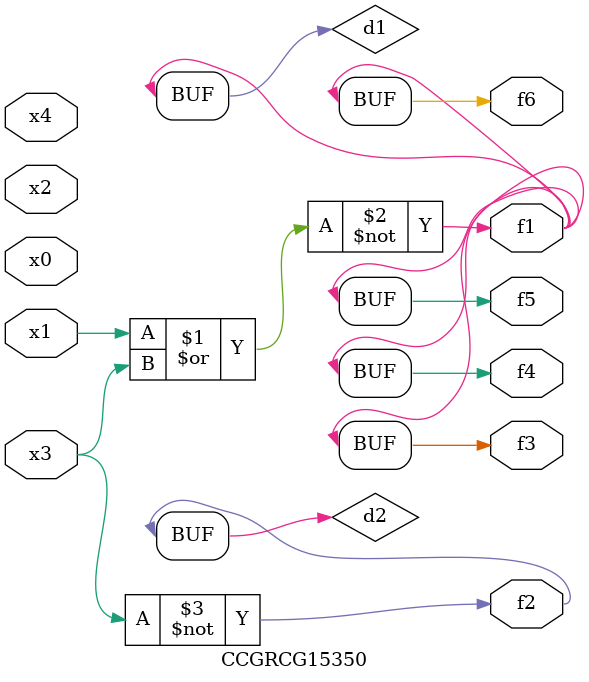
<source format=v>
module CCGRCG15350(
	input x0, x1, x2, x3, x4,
	output f1, f2, f3, f4, f5, f6
);

	wire d1, d2;

	nor (d1, x1, x3);
	not (d2, x3);
	assign f1 = d1;
	assign f2 = d2;
	assign f3 = d1;
	assign f4 = d1;
	assign f5 = d1;
	assign f6 = d1;
endmodule

</source>
